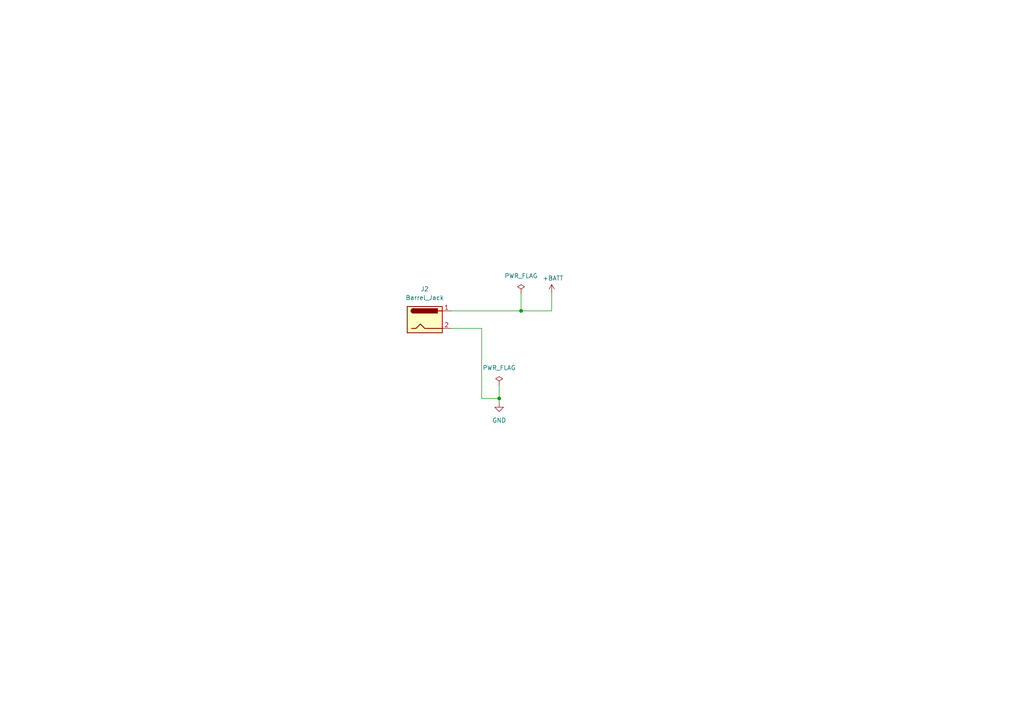
<source format=kicad_sch>
(kicad_sch (version 20211123) (generator eeschema)
  (paper "A4")
  (lib_symbols
    (symbol "Connector:Barrel_Jack" (pin_names (offset 1.016))
      (property "Reference" "J" (at 0 5.334 0))
      (property "Value" "Barrel_Jack" (at 0 -5.08 0))
      (symbol "Barrel_Jack_0_1"
        (rectangle (start -5.08 3.81) (end 5.08 -3.81) (stroke (width 0.254)) (fill (type background)))
        (arc (start -3.302 3.175) (mid -3.937 2.54) (end -3.302 1.905) (stroke (width 0.254)))
        (arc (start -3.302 3.175) (mid -3.937 2.54) (end -3.302 1.905) (stroke (width 0.254)) (fill (type outline)))
        (polyline (pts (xy 5.08 2.54) (xy 3.81 2.54)) (stroke (width 0.254)))
        (polyline (pts (xy -3.81 -2.54) (xy -2.54 -2.54) (xy -1.27 -1.27) (xy 0 -2.54) (xy 2.54 -2.54) (xy 5.08 -2.54)) (stroke (width 0.254)))
        (rectangle (start 3.683 3.175) (end -3.302 1.905) (stroke (width 0.254)) (fill (type outline)))
      )
      (symbol "Barrel_Jack_1_1"
        (pin passive line (at 7.62 2.54 180) (length 2.54) (name "~") (number "1"))
        (pin passive line (at 7.62 -2.54 180) (length 2.54) (name "~") (number "2"))
      )
    )
    (symbol "power:+BATT" (power) (pin_names (offset 0))
      (property "Value" "+BATT" (at 0 3.556 0))
      (symbol "+BATT_0_1"
        (polyline (pts (xy -0.762 1.27) (xy 0 2.54)))
        (polyline (pts (xy 0 0) (xy 0 2.54)))
        (polyline (pts (xy 0 2.54) (xy 0.762 1.27)))
      )
      (symbol "+BATT_1_1"
        (pin power_in line (at 0 0 90) (length 0) hide (name "+BATT") (number "1"))
      )
    )
    (symbol "power:GND" (power) (pin_names (offset 0))
      (property "Value" "GND" (at 0 -3.81 0))
      (symbol "GND_0_1"
        (polyline (pts (xy 0 0) (xy 0 -1.27) (xy 1.27 -1.27) (xy 0 -2.54) (xy -1.27 -1.27) (xy 0 -1.27)))
      )
      (symbol "GND_1_1"
        (pin power_in line (at 0 0 270) (length 0) hide (name "GND") (number "1"))
      )
    )
    (symbol "power:PWR_FLAG" (power) (pin_numbers hide) (pin_names (offset 0) hide)
      (property "Value" "PWR_FLAG" (at 0 3.81 0))
      (symbol "PWR_FLAG_0_0"
        (pin power_out line (at 0 0 90) (length 0) (name "pwr") (number "1"))
      )
      (symbol "PWR_FLAG_0_1"
        (polyline (pts (xy 0 0) (xy 0 1.27) (xy -1.016 1.905) (xy 0 2.54) (xy 1.016 1.905) (xy 0 1.27)))
      )
    )
  )
  (junction (at 144.78 115.57))
  (junction (at 151.13 90.17))
  (wire (pts (xy 130.81 90.17) (xy 151.13 90.17)))
  (wire (pts (xy 130.81 95.25) (xy 139.7 95.25)))
  (wire (pts (xy 144.78 116.84) (xy 144.78 115.57)))
  (wire (pts (xy 139.7 95.25) (xy 139.7 115.57)))
  (wire (pts (xy 139.7 115.57) (xy 144.78 115.57)))
  (wire (pts (xy 151.13 85.09) (xy 151.13 90.17)))
  (wire (pts (xy 160.02 90.17) (xy 160.02 85.09)))
  (wire (pts (xy 144.78 111.76) (xy 144.78 115.57)))
  (wire (pts (xy 151.13 90.17) (xy 160.02 90.17)))
  (symbol (lib_id "power:PWR_FLAG") (at 151.13 85.09 0) (unit 1)
    (property "Reference" "#FLG03" (effects hide))
    (property "Value" "PWR_FLAG" (at 151.13 80.01 0))
  )
  (symbol (lib_id "power:GND") (at 144.78 116.84 0) (unit 1)
    (property "Reference" "#PWR022" (effects hide))
    (property "Value" "GND" (at 144.78 121.92 0))
  )
  (symbol (lib_id "power:PWR_FLAG") (at 144.78 111.76 0) (unit 1)
    (property "Reference" "#FLG02" (effects hide))
    (property "Value" "PWR_FLAG" (at 144.78 106.68 0))
  )
  (symbol (lib_id "power:+BATT") (at 160.02 85.09 0) (unit 1)
    (property "Reference" "#PWR023" (effects hide))
    (property "Value" "+BATT" (at 160.401 80.6958 0))
  )
  (symbol (lib_id "Connector:Barrel_Jack") (at 123.19 92.71 0) (unit 1)
    (property "Reference" "J2" (at 123.19 83.82 0))
    (property "Value" "Barrel_Jack" (at 123.19 86.36 0))
    (property "Footprint" "Connector_BarrelJack:BarrelJack_Horizontal" (effects hide))
  )
)
</source>
